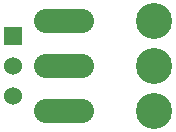
<source format=gbl>
G04 (created by PCBNEW-RS274X (2012-apr-16-27)-stable) date Sat 13 Sep 2014 01:38:15 PM PDT*
G01*
G70*
G90*
%MOIN*%
G04 Gerber Fmt 3.4, Leading zero omitted, Abs format*
%FSLAX34Y34*%
G04 APERTURE LIST*
%ADD10C,0.006000*%
%ADD11R,0.060000X0.060000*%
%ADD12C,0.060000*%
%ADD13O,0.200000X0.080000*%
%ADD14C,0.120000*%
G04 APERTURE END LIST*
G54D10*
G54D11*
X41500Y-42000D03*
G54D12*
X41500Y-43000D03*
X41500Y-44000D03*
G54D13*
X43200Y-41500D03*
X43200Y-43000D03*
G54D14*
X46200Y-44500D03*
X46200Y-43000D03*
X46200Y-41500D03*
G54D13*
X43200Y-44500D03*
M02*

</source>
